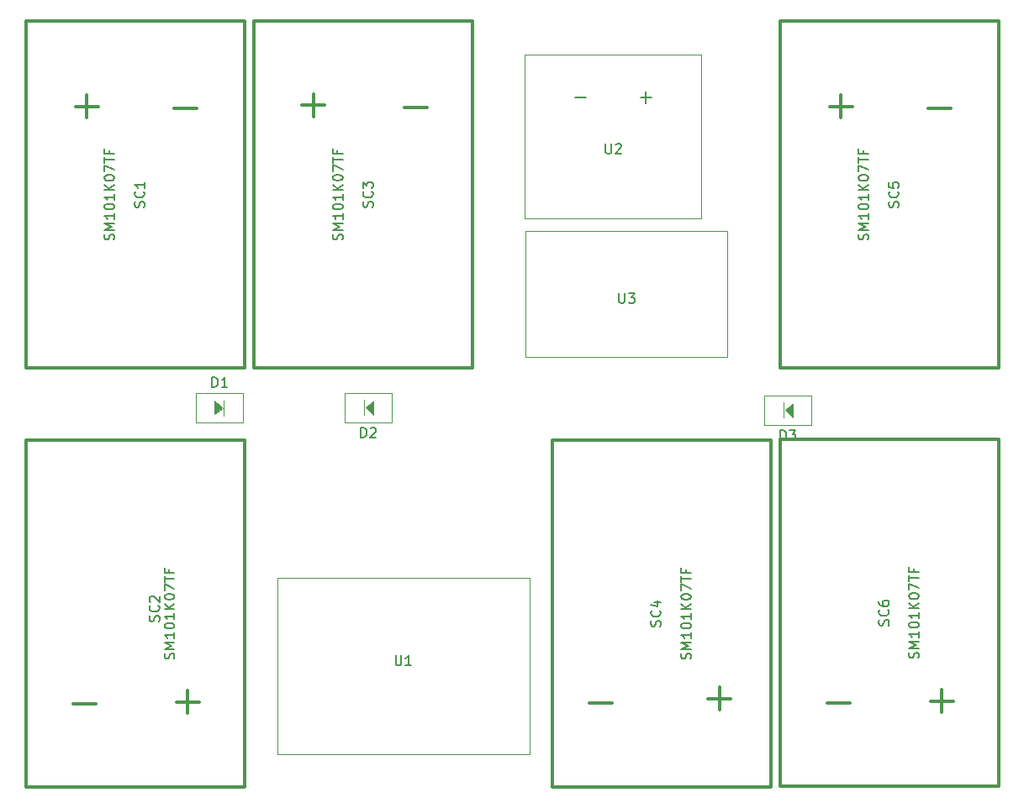
<source format=gbr>
%TF.GenerationSoftware,KiCad,Pcbnew,(5.1.10)-1*%
%TF.CreationDate,2022-05-08T17:14:08-07:00*%
%TF.ProjectId,solar-panel-side-Z,736f6c61-722d-4706-916e-656c2d736964,1.0*%
%TF.SameCoordinates,Original*%
%TF.FileFunction,Legend,Top*%
%TF.FilePolarity,Positive*%
%FSLAX46Y46*%
G04 Gerber Fmt 4.6, Leading zero omitted, Abs format (unit mm)*
G04 Created by KiCad (PCBNEW (5.1.10)-1) date 2022-05-08 17:14:08*
%MOMM*%
%LPD*%
G01*
G04 APERTURE LIST*
%ADD10C,0.120000*%
%ADD11C,0.100000*%
%ADD12C,0.300000*%
%ADD13C,0.150000*%
%ADD14C,0.200000*%
G04 APERTURE END LIST*
D10*
%TO.C,U1*%
X138500000Y-102610000D02*
X125800000Y-102610000D01*
X125800000Y-111500000D02*
X125800000Y-102610000D01*
X138500000Y-102610000D02*
X151200000Y-102610000D01*
X151200000Y-111500000D02*
X151200000Y-102610000D01*
X125800000Y-111500000D02*
X125800000Y-120390000D01*
X138500000Y-120390000D02*
X125800000Y-120390000D01*
X138500000Y-120390000D02*
X151200000Y-120390000D01*
X151200000Y-111500000D02*
X151200000Y-120390000D01*
%TO.C,D3*%
X174875000Y-87200000D02*
X179625000Y-87200000D01*
X179625000Y-87200000D02*
X179625000Y-84300000D01*
X174875000Y-87200000D02*
X174875000Y-84300000D01*
X174875000Y-84300000D02*
X179625000Y-84300000D01*
D11*
G36*
X177758000Y-86461200D02*
G01*
X176945200Y-85724600D01*
X177758000Y-85115000D01*
X177758000Y-86461200D01*
G37*
X177758000Y-86461200D02*
X176945200Y-85724600D01*
X177758000Y-85115000D01*
X177758000Y-86461200D01*
D10*
X176818200Y-84937200D02*
X176818200Y-86486600D01*
%TO.C,D2*%
X132625000Y-86950000D02*
X137375000Y-86950000D01*
X137375000Y-86950000D02*
X137375000Y-84050000D01*
X132625000Y-86950000D02*
X132625000Y-84050000D01*
X132625000Y-84050000D02*
X137375000Y-84050000D01*
D11*
G36*
X135508000Y-86211200D02*
G01*
X134695200Y-85474600D01*
X135508000Y-84865000D01*
X135508000Y-86211200D01*
G37*
X135508000Y-86211200D02*
X134695200Y-85474600D01*
X135508000Y-84865000D01*
X135508000Y-86211200D01*
D10*
X134568200Y-84687200D02*
X134568200Y-86236600D01*
%TO.C,D1*%
X122375000Y-84050000D02*
X117625000Y-84050000D01*
X117625000Y-84050000D02*
X117625000Y-86950000D01*
X122375000Y-84050000D02*
X122375000Y-86950000D01*
X122375000Y-86950000D02*
X117625000Y-86950000D01*
D11*
G36*
X119492000Y-84788800D02*
G01*
X120304800Y-85525400D01*
X119492000Y-86135000D01*
X119492000Y-84788800D01*
G37*
X119492000Y-84788800D02*
X120304800Y-85525400D01*
X119492000Y-86135000D01*
X119492000Y-84788800D01*
D10*
X120431800Y-86312800D02*
X120431800Y-84763400D01*
%TO.C,U3*%
X161000000Y-80350000D02*
X171160000Y-80350000D01*
X171160000Y-80350000D02*
X171160000Y-74000000D01*
X161000000Y-80350000D02*
X150840000Y-80350000D01*
X150840000Y-80350000D02*
X150840000Y-74000000D01*
X171160000Y-67650000D02*
X171160000Y-74000000D01*
X161000000Y-67650000D02*
X171160000Y-67650000D01*
X150840000Y-67650000D02*
X150840000Y-74000000D01*
X161000000Y-67650000D02*
X150840000Y-67650000D01*
%TO.C,U2*%
X159650000Y-66405000D02*
X168540000Y-66405000D01*
X159650000Y-66405000D02*
X150760000Y-66405000D01*
X150760000Y-66405000D02*
X150760000Y-64500000D01*
X150760000Y-64500000D02*
X150760000Y-49895000D01*
X168540000Y-66405000D02*
X168540000Y-49895000D01*
X150760000Y-49895000D02*
X168540000Y-49895000D01*
D12*
%TO.C,SC5*%
X176452000Y-81508000D02*
X176452000Y-46508000D01*
X176452000Y-46508000D02*
X198452000Y-46508000D01*
X198452000Y-46508000D02*
X198452000Y-81508000D01*
X198452000Y-81508000D02*
X176452000Y-81508000D01*
%TO.C,SC4*%
X153500000Y-88750000D02*
X175500000Y-88750000D01*
X153500000Y-123750000D02*
X153500000Y-88750000D01*
X175500000Y-123750000D02*
X153500000Y-123750000D01*
X175500000Y-88750000D02*
X175500000Y-123750000D01*
%TO.C,SC6*%
X176452000Y-88672000D02*
X198452000Y-88672000D01*
X176452000Y-123672000D02*
X176452000Y-88672000D01*
X198452000Y-123672000D02*
X176452000Y-123672000D01*
X198452000Y-88672000D02*
X198452000Y-123672000D01*
%TO.C,SC3*%
X145500000Y-81500000D02*
X123500000Y-81500000D01*
X145500000Y-46500000D02*
X145500000Y-81500000D01*
X123500000Y-46500000D02*
X145500000Y-46500000D01*
X123500000Y-81500000D02*
X123500000Y-46500000D01*
%TO.C,SC2*%
X122506000Y-88750000D02*
X122506000Y-123750000D01*
X122506000Y-123750000D02*
X100506000Y-123750000D01*
X100506000Y-123750000D02*
X100506000Y-88750000D01*
X100506000Y-88750000D02*
X122506000Y-88750000D01*
%TO.C,SC1*%
X100506000Y-81508000D02*
X100506000Y-46508000D01*
X100506000Y-46508000D02*
X122506000Y-46508000D01*
X122506000Y-46508000D02*
X122506000Y-81508000D01*
X122506000Y-81508000D02*
X100506000Y-81508000D01*
%TO.C,U1*%
D13*
X137738095Y-110452380D02*
X137738095Y-111261904D01*
X137785714Y-111357142D01*
X137833333Y-111404761D01*
X137928571Y-111452380D01*
X138119047Y-111452380D01*
X138214285Y-111404761D01*
X138261904Y-111357142D01*
X138309523Y-111261904D01*
X138309523Y-110452380D01*
X139309523Y-111452380D02*
X138738095Y-111452380D01*
X139023809Y-111452380D02*
X139023809Y-110452380D01*
X138928571Y-110595238D01*
X138833333Y-110690476D01*
X138738095Y-110738095D01*
%TO.C,D3*%
X176511904Y-88742380D02*
X176511904Y-87742380D01*
X176750000Y-87742380D01*
X176892857Y-87790000D01*
X176988095Y-87885238D01*
X177035714Y-87980476D01*
X177083333Y-88170952D01*
X177083333Y-88313809D01*
X177035714Y-88504285D01*
X176988095Y-88599523D01*
X176892857Y-88694761D01*
X176750000Y-88742380D01*
X176511904Y-88742380D01*
X177416666Y-87742380D02*
X178035714Y-87742380D01*
X177702380Y-88123333D01*
X177845238Y-88123333D01*
X177940476Y-88170952D01*
X177988095Y-88218571D01*
X178035714Y-88313809D01*
X178035714Y-88551904D01*
X177988095Y-88647142D01*
X177940476Y-88694761D01*
X177845238Y-88742380D01*
X177559523Y-88742380D01*
X177464285Y-88694761D01*
X177416666Y-88647142D01*
%TO.C,D2*%
X134261904Y-88492380D02*
X134261904Y-87492380D01*
X134500000Y-87492380D01*
X134642857Y-87540000D01*
X134738095Y-87635238D01*
X134785714Y-87730476D01*
X134833333Y-87920952D01*
X134833333Y-88063809D01*
X134785714Y-88254285D01*
X134738095Y-88349523D01*
X134642857Y-88444761D01*
X134500000Y-88492380D01*
X134261904Y-88492380D01*
X135214285Y-87587619D02*
X135261904Y-87540000D01*
X135357142Y-87492380D01*
X135595238Y-87492380D01*
X135690476Y-87540000D01*
X135738095Y-87587619D01*
X135785714Y-87682857D01*
X135785714Y-87778095D01*
X135738095Y-87920952D01*
X135166666Y-88492380D01*
X135785714Y-88492380D01*
%TO.C,D1*%
X119261904Y-83412380D02*
X119261904Y-82412380D01*
X119500000Y-82412380D01*
X119642857Y-82460000D01*
X119738095Y-82555238D01*
X119785714Y-82650476D01*
X119833333Y-82840952D01*
X119833333Y-82983809D01*
X119785714Y-83174285D01*
X119738095Y-83269523D01*
X119642857Y-83364761D01*
X119500000Y-83412380D01*
X119261904Y-83412380D01*
X120785714Y-83412380D02*
X120214285Y-83412380D01*
X120500000Y-83412380D02*
X120500000Y-82412380D01*
X120404761Y-82555238D01*
X120309523Y-82650476D01*
X120214285Y-82698095D01*
%TO.C,U3*%
X160238095Y-73952380D02*
X160238095Y-74761904D01*
X160285714Y-74857142D01*
X160333333Y-74904761D01*
X160428571Y-74952380D01*
X160619047Y-74952380D01*
X160714285Y-74904761D01*
X160761904Y-74857142D01*
X160809523Y-74761904D01*
X160809523Y-73952380D01*
X161190476Y-73952380D02*
X161809523Y-73952380D01*
X161476190Y-74333333D01*
X161619047Y-74333333D01*
X161714285Y-74380952D01*
X161761904Y-74428571D01*
X161809523Y-74523809D01*
X161809523Y-74761904D01*
X161761904Y-74857142D01*
X161714285Y-74904761D01*
X161619047Y-74952380D01*
X161333333Y-74952380D01*
X161238095Y-74904761D01*
X161190476Y-74857142D01*
%TO.C,U2*%
X158888095Y-58872380D02*
X158888095Y-59681904D01*
X158935714Y-59777142D01*
X158983333Y-59824761D01*
X159078571Y-59872380D01*
X159269047Y-59872380D01*
X159364285Y-59824761D01*
X159411904Y-59777142D01*
X159459523Y-59681904D01*
X159459523Y-58872380D01*
X159888095Y-58967619D02*
X159935714Y-58920000D01*
X160030952Y-58872380D01*
X160269047Y-58872380D01*
X160364285Y-58920000D01*
X160411904Y-58967619D01*
X160459523Y-59062857D01*
X160459523Y-59158095D01*
X160411904Y-59300952D01*
X159840476Y-59872380D01*
X160459523Y-59872380D01*
D14*
X162380571Y-54193142D02*
X163523428Y-54193142D01*
X162952000Y-54764571D02*
X162952000Y-53621714D01*
X155776571Y-54193142D02*
X156919428Y-54193142D01*
%TO.C,SC5*%
D13*
X188356761Y-65269904D02*
X188404380Y-65127047D01*
X188404380Y-64888952D01*
X188356761Y-64793714D01*
X188309142Y-64746095D01*
X188213904Y-64698476D01*
X188118666Y-64698476D01*
X188023428Y-64746095D01*
X187975809Y-64793714D01*
X187928190Y-64888952D01*
X187880571Y-65079428D01*
X187832952Y-65174666D01*
X187785333Y-65222285D01*
X187690095Y-65269904D01*
X187594857Y-65269904D01*
X187499619Y-65222285D01*
X187452000Y-65174666D01*
X187404380Y-65079428D01*
X187404380Y-64841333D01*
X187452000Y-64698476D01*
X188309142Y-63698476D02*
X188356761Y-63746095D01*
X188404380Y-63888952D01*
X188404380Y-63984190D01*
X188356761Y-64127047D01*
X188261523Y-64222285D01*
X188166285Y-64269904D01*
X187975809Y-64317523D01*
X187832952Y-64317523D01*
X187642476Y-64269904D01*
X187547238Y-64222285D01*
X187452000Y-64127047D01*
X187404380Y-63984190D01*
X187404380Y-63888952D01*
X187452000Y-63746095D01*
X187499619Y-63698476D01*
X187404380Y-62793714D02*
X187404380Y-63269904D01*
X187880571Y-63317523D01*
X187832952Y-63269904D01*
X187785333Y-63174666D01*
X187785333Y-62936571D01*
X187832952Y-62841333D01*
X187880571Y-62793714D01*
X187975809Y-62746095D01*
X188213904Y-62746095D01*
X188309142Y-62793714D01*
X188356761Y-62841333D01*
X188404380Y-62936571D01*
X188404380Y-63174666D01*
X188356761Y-63269904D01*
X188309142Y-63317523D01*
X185316761Y-68555619D02*
X185364380Y-68412761D01*
X185364380Y-68174666D01*
X185316761Y-68079428D01*
X185269142Y-68031809D01*
X185173904Y-67984190D01*
X185078666Y-67984190D01*
X184983428Y-68031809D01*
X184935809Y-68079428D01*
X184888190Y-68174666D01*
X184840571Y-68365142D01*
X184792952Y-68460380D01*
X184745333Y-68508000D01*
X184650095Y-68555619D01*
X184554857Y-68555619D01*
X184459619Y-68508000D01*
X184412000Y-68460380D01*
X184364380Y-68365142D01*
X184364380Y-68127047D01*
X184412000Y-67984190D01*
X185364380Y-67555619D02*
X184364380Y-67555619D01*
X185078666Y-67222285D01*
X184364380Y-66888952D01*
X185364380Y-66888952D01*
X185364380Y-65888952D02*
X185364380Y-66460380D01*
X185364380Y-66174666D02*
X184364380Y-66174666D01*
X184507238Y-66269904D01*
X184602476Y-66365142D01*
X184650095Y-66460380D01*
X184364380Y-65269904D02*
X184364380Y-65174666D01*
X184412000Y-65079428D01*
X184459619Y-65031809D01*
X184554857Y-64984190D01*
X184745333Y-64936571D01*
X184983428Y-64936571D01*
X185173904Y-64984190D01*
X185269142Y-65031809D01*
X185316761Y-65079428D01*
X185364380Y-65174666D01*
X185364380Y-65269904D01*
X185316761Y-65365142D01*
X185269142Y-65412761D01*
X185173904Y-65460380D01*
X184983428Y-65508000D01*
X184745333Y-65508000D01*
X184554857Y-65460380D01*
X184459619Y-65412761D01*
X184412000Y-65365142D01*
X184364380Y-65269904D01*
X185364380Y-63984190D02*
X185364380Y-64555619D01*
X185364380Y-64269904D02*
X184364380Y-64269904D01*
X184507238Y-64365142D01*
X184602476Y-64460380D01*
X184650095Y-64555619D01*
X185364380Y-63555619D02*
X184364380Y-63555619D01*
X185364380Y-62984190D02*
X184792952Y-63412761D01*
X184364380Y-62984190D02*
X184935809Y-63555619D01*
X184364380Y-62365142D02*
X184364380Y-62269904D01*
X184412000Y-62174666D01*
X184459619Y-62127047D01*
X184554857Y-62079428D01*
X184745333Y-62031809D01*
X184983428Y-62031809D01*
X185173904Y-62079428D01*
X185269142Y-62127047D01*
X185316761Y-62174666D01*
X185364380Y-62269904D01*
X185364380Y-62365142D01*
X185316761Y-62460380D01*
X185269142Y-62508000D01*
X185173904Y-62555619D01*
X184983428Y-62603238D01*
X184745333Y-62603238D01*
X184554857Y-62555619D01*
X184459619Y-62508000D01*
X184412000Y-62460380D01*
X184364380Y-62365142D01*
X184364380Y-61698476D02*
X184364380Y-61031809D01*
X185364380Y-61460380D01*
X184364380Y-60793714D02*
X184364380Y-60222285D01*
X185364380Y-60508000D02*
X184364380Y-60508000D01*
X184840571Y-59555619D02*
X184840571Y-59888952D01*
X185364380Y-59888952D02*
X184364380Y-59888952D01*
X184364380Y-59412761D01*
D12*
X191389142Y-55332285D02*
X193674857Y-55332285D01*
X182586285Y-56260857D02*
X182586285Y-53975142D01*
X183729142Y-55118000D02*
X181443428Y-55118000D01*
%TO.C,SC4*%
D13*
X164404761Y-107511904D02*
X164452380Y-107369047D01*
X164452380Y-107130952D01*
X164404761Y-107035714D01*
X164357142Y-106988095D01*
X164261904Y-106940476D01*
X164166666Y-106940476D01*
X164071428Y-106988095D01*
X164023809Y-107035714D01*
X163976190Y-107130952D01*
X163928571Y-107321428D01*
X163880952Y-107416666D01*
X163833333Y-107464285D01*
X163738095Y-107511904D01*
X163642857Y-107511904D01*
X163547619Y-107464285D01*
X163500000Y-107416666D01*
X163452380Y-107321428D01*
X163452380Y-107083333D01*
X163500000Y-106940476D01*
X164357142Y-105940476D02*
X164404761Y-105988095D01*
X164452380Y-106130952D01*
X164452380Y-106226190D01*
X164404761Y-106369047D01*
X164309523Y-106464285D01*
X164214285Y-106511904D01*
X164023809Y-106559523D01*
X163880952Y-106559523D01*
X163690476Y-106511904D01*
X163595238Y-106464285D01*
X163500000Y-106369047D01*
X163452380Y-106226190D01*
X163452380Y-106130952D01*
X163500000Y-105988095D01*
X163547619Y-105940476D01*
X163785714Y-105083333D02*
X164452380Y-105083333D01*
X163404761Y-105321428D02*
X164119047Y-105559523D01*
X164119047Y-104940476D01*
X167444761Y-110797619D02*
X167492380Y-110654761D01*
X167492380Y-110416666D01*
X167444761Y-110321428D01*
X167397142Y-110273809D01*
X167301904Y-110226190D01*
X167206666Y-110226190D01*
X167111428Y-110273809D01*
X167063809Y-110321428D01*
X167016190Y-110416666D01*
X166968571Y-110607142D01*
X166920952Y-110702380D01*
X166873333Y-110750000D01*
X166778095Y-110797619D01*
X166682857Y-110797619D01*
X166587619Y-110750000D01*
X166540000Y-110702380D01*
X166492380Y-110607142D01*
X166492380Y-110369047D01*
X166540000Y-110226190D01*
X167492380Y-109797619D02*
X166492380Y-109797619D01*
X167206666Y-109464285D01*
X166492380Y-109130952D01*
X167492380Y-109130952D01*
X167492380Y-108130952D02*
X167492380Y-108702380D01*
X167492380Y-108416666D02*
X166492380Y-108416666D01*
X166635238Y-108511904D01*
X166730476Y-108607142D01*
X166778095Y-108702380D01*
X166492380Y-107511904D02*
X166492380Y-107416666D01*
X166540000Y-107321428D01*
X166587619Y-107273809D01*
X166682857Y-107226190D01*
X166873333Y-107178571D01*
X167111428Y-107178571D01*
X167301904Y-107226190D01*
X167397142Y-107273809D01*
X167444761Y-107321428D01*
X167492380Y-107416666D01*
X167492380Y-107511904D01*
X167444761Y-107607142D01*
X167397142Y-107654761D01*
X167301904Y-107702380D01*
X167111428Y-107750000D01*
X166873333Y-107750000D01*
X166682857Y-107702380D01*
X166587619Y-107654761D01*
X166540000Y-107607142D01*
X166492380Y-107511904D01*
X167492380Y-106226190D02*
X167492380Y-106797619D01*
X167492380Y-106511904D02*
X166492380Y-106511904D01*
X166635238Y-106607142D01*
X166730476Y-106702380D01*
X166778095Y-106797619D01*
X167492380Y-105797619D02*
X166492380Y-105797619D01*
X167492380Y-105226190D02*
X166920952Y-105654761D01*
X166492380Y-105226190D02*
X167063809Y-105797619D01*
X166492380Y-104607142D02*
X166492380Y-104511904D01*
X166540000Y-104416666D01*
X166587619Y-104369047D01*
X166682857Y-104321428D01*
X166873333Y-104273809D01*
X167111428Y-104273809D01*
X167301904Y-104321428D01*
X167397142Y-104369047D01*
X167444761Y-104416666D01*
X167492380Y-104511904D01*
X167492380Y-104607142D01*
X167444761Y-104702380D01*
X167397142Y-104750000D01*
X167301904Y-104797619D01*
X167111428Y-104845238D01*
X166873333Y-104845238D01*
X166682857Y-104797619D01*
X166587619Y-104750000D01*
X166540000Y-104702380D01*
X166492380Y-104607142D01*
X166492380Y-103940476D02*
X166492380Y-103273809D01*
X167492380Y-103702380D01*
X166492380Y-103035714D02*
X166492380Y-102464285D01*
X167492380Y-102750000D02*
X166492380Y-102750000D01*
X166968571Y-101797619D02*
X166968571Y-102130952D01*
X167492380Y-102130952D02*
X166492380Y-102130952D01*
X166492380Y-101654761D01*
D12*
X170368285Y-115970857D02*
X170368285Y-113685142D01*
X171511142Y-114828000D02*
X169225428Y-114828000D01*
X157261142Y-115292285D02*
X159546857Y-115292285D01*
%TO.C,SC6*%
D13*
X187356761Y-107433904D02*
X187404380Y-107291047D01*
X187404380Y-107052952D01*
X187356761Y-106957714D01*
X187309142Y-106910095D01*
X187213904Y-106862476D01*
X187118666Y-106862476D01*
X187023428Y-106910095D01*
X186975809Y-106957714D01*
X186928190Y-107052952D01*
X186880571Y-107243428D01*
X186832952Y-107338666D01*
X186785333Y-107386285D01*
X186690095Y-107433904D01*
X186594857Y-107433904D01*
X186499619Y-107386285D01*
X186452000Y-107338666D01*
X186404380Y-107243428D01*
X186404380Y-107005333D01*
X186452000Y-106862476D01*
X187309142Y-105862476D02*
X187356761Y-105910095D01*
X187404380Y-106052952D01*
X187404380Y-106148190D01*
X187356761Y-106291047D01*
X187261523Y-106386285D01*
X187166285Y-106433904D01*
X186975809Y-106481523D01*
X186832952Y-106481523D01*
X186642476Y-106433904D01*
X186547238Y-106386285D01*
X186452000Y-106291047D01*
X186404380Y-106148190D01*
X186404380Y-106052952D01*
X186452000Y-105910095D01*
X186499619Y-105862476D01*
X186404380Y-105005333D02*
X186404380Y-105195809D01*
X186452000Y-105291047D01*
X186499619Y-105338666D01*
X186642476Y-105433904D01*
X186832952Y-105481523D01*
X187213904Y-105481523D01*
X187309142Y-105433904D01*
X187356761Y-105386285D01*
X187404380Y-105291047D01*
X187404380Y-105100571D01*
X187356761Y-105005333D01*
X187309142Y-104957714D01*
X187213904Y-104910095D01*
X186975809Y-104910095D01*
X186880571Y-104957714D01*
X186832952Y-105005333D01*
X186785333Y-105100571D01*
X186785333Y-105291047D01*
X186832952Y-105386285D01*
X186880571Y-105433904D01*
X186975809Y-105481523D01*
X190396761Y-110719619D02*
X190444380Y-110576761D01*
X190444380Y-110338666D01*
X190396761Y-110243428D01*
X190349142Y-110195809D01*
X190253904Y-110148190D01*
X190158666Y-110148190D01*
X190063428Y-110195809D01*
X190015809Y-110243428D01*
X189968190Y-110338666D01*
X189920571Y-110529142D01*
X189872952Y-110624380D01*
X189825333Y-110672000D01*
X189730095Y-110719619D01*
X189634857Y-110719619D01*
X189539619Y-110672000D01*
X189492000Y-110624380D01*
X189444380Y-110529142D01*
X189444380Y-110291047D01*
X189492000Y-110148190D01*
X190444380Y-109719619D02*
X189444380Y-109719619D01*
X190158666Y-109386285D01*
X189444380Y-109052952D01*
X190444380Y-109052952D01*
X190444380Y-108052952D02*
X190444380Y-108624380D01*
X190444380Y-108338666D02*
X189444380Y-108338666D01*
X189587238Y-108433904D01*
X189682476Y-108529142D01*
X189730095Y-108624380D01*
X189444380Y-107433904D02*
X189444380Y-107338666D01*
X189492000Y-107243428D01*
X189539619Y-107195809D01*
X189634857Y-107148190D01*
X189825333Y-107100571D01*
X190063428Y-107100571D01*
X190253904Y-107148190D01*
X190349142Y-107195809D01*
X190396761Y-107243428D01*
X190444380Y-107338666D01*
X190444380Y-107433904D01*
X190396761Y-107529142D01*
X190349142Y-107576761D01*
X190253904Y-107624380D01*
X190063428Y-107672000D01*
X189825333Y-107672000D01*
X189634857Y-107624380D01*
X189539619Y-107576761D01*
X189492000Y-107529142D01*
X189444380Y-107433904D01*
X190444380Y-106148190D02*
X190444380Y-106719619D01*
X190444380Y-106433904D02*
X189444380Y-106433904D01*
X189587238Y-106529142D01*
X189682476Y-106624380D01*
X189730095Y-106719619D01*
X190444380Y-105719619D02*
X189444380Y-105719619D01*
X190444380Y-105148190D02*
X189872952Y-105576761D01*
X189444380Y-105148190D02*
X190015809Y-105719619D01*
X189444380Y-104529142D02*
X189444380Y-104433904D01*
X189492000Y-104338666D01*
X189539619Y-104291047D01*
X189634857Y-104243428D01*
X189825333Y-104195809D01*
X190063428Y-104195809D01*
X190253904Y-104243428D01*
X190349142Y-104291047D01*
X190396761Y-104338666D01*
X190444380Y-104433904D01*
X190444380Y-104529142D01*
X190396761Y-104624380D01*
X190349142Y-104672000D01*
X190253904Y-104719619D01*
X190063428Y-104767238D01*
X189825333Y-104767238D01*
X189634857Y-104719619D01*
X189539619Y-104672000D01*
X189492000Y-104624380D01*
X189444380Y-104529142D01*
X189444380Y-103862476D02*
X189444380Y-103195809D01*
X190444380Y-103624380D01*
X189444380Y-102957714D02*
X189444380Y-102386285D01*
X190444380Y-102672000D02*
X189444380Y-102672000D01*
X189920571Y-101719619D02*
X189920571Y-102052952D01*
X190444380Y-102052952D02*
X189444380Y-102052952D01*
X189444380Y-101576761D01*
D12*
X192746285Y-116204857D02*
X192746285Y-113919142D01*
X193889142Y-115062000D02*
X191603428Y-115062000D01*
X181229142Y-115276285D02*
X183514857Y-115276285D01*
%TO.C,SC3*%
D13*
X135404761Y-65261904D02*
X135452380Y-65119047D01*
X135452380Y-64880952D01*
X135404761Y-64785714D01*
X135357142Y-64738095D01*
X135261904Y-64690476D01*
X135166666Y-64690476D01*
X135071428Y-64738095D01*
X135023809Y-64785714D01*
X134976190Y-64880952D01*
X134928571Y-65071428D01*
X134880952Y-65166666D01*
X134833333Y-65214285D01*
X134738095Y-65261904D01*
X134642857Y-65261904D01*
X134547619Y-65214285D01*
X134500000Y-65166666D01*
X134452380Y-65071428D01*
X134452380Y-64833333D01*
X134500000Y-64690476D01*
X135357142Y-63690476D02*
X135404761Y-63738095D01*
X135452380Y-63880952D01*
X135452380Y-63976190D01*
X135404761Y-64119047D01*
X135309523Y-64214285D01*
X135214285Y-64261904D01*
X135023809Y-64309523D01*
X134880952Y-64309523D01*
X134690476Y-64261904D01*
X134595238Y-64214285D01*
X134500000Y-64119047D01*
X134452380Y-63976190D01*
X134452380Y-63880952D01*
X134500000Y-63738095D01*
X134547619Y-63690476D01*
X134452380Y-63357142D02*
X134452380Y-62738095D01*
X134833333Y-63071428D01*
X134833333Y-62928571D01*
X134880952Y-62833333D01*
X134928571Y-62785714D01*
X135023809Y-62738095D01*
X135261904Y-62738095D01*
X135357142Y-62785714D01*
X135404761Y-62833333D01*
X135452380Y-62928571D01*
X135452380Y-63214285D01*
X135404761Y-63309523D01*
X135357142Y-63357142D01*
X132364761Y-68547619D02*
X132412380Y-68404761D01*
X132412380Y-68166666D01*
X132364761Y-68071428D01*
X132317142Y-68023809D01*
X132221904Y-67976190D01*
X132126666Y-67976190D01*
X132031428Y-68023809D01*
X131983809Y-68071428D01*
X131936190Y-68166666D01*
X131888571Y-68357142D01*
X131840952Y-68452380D01*
X131793333Y-68500000D01*
X131698095Y-68547619D01*
X131602857Y-68547619D01*
X131507619Y-68500000D01*
X131460000Y-68452380D01*
X131412380Y-68357142D01*
X131412380Y-68119047D01*
X131460000Y-67976190D01*
X132412380Y-67547619D02*
X131412380Y-67547619D01*
X132126666Y-67214285D01*
X131412380Y-66880952D01*
X132412380Y-66880952D01*
X132412380Y-65880952D02*
X132412380Y-66452380D01*
X132412380Y-66166666D02*
X131412380Y-66166666D01*
X131555238Y-66261904D01*
X131650476Y-66357142D01*
X131698095Y-66452380D01*
X131412380Y-65261904D02*
X131412380Y-65166666D01*
X131460000Y-65071428D01*
X131507619Y-65023809D01*
X131602857Y-64976190D01*
X131793333Y-64928571D01*
X132031428Y-64928571D01*
X132221904Y-64976190D01*
X132317142Y-65023809D01*
X132364761Y-65071428D01*
X132412380Y-65166666D01*
X132412380Y-65261904D01*
X132364761Y-65357142D01*
X132317142Y-65404761D01*
X132221904Y-65452380D01*
X132031428Y-65500000D01*
X131793333Y-65500000D01*
X131602857Y-65452380D01*
X131507619Y-65404761D01*
X131460000Y-65357142D01*
X131412380Y-65261904D01*
X132412380Y-63976190D02*
X132412380Y-64547619D01*
X132412380Y-64261904D02*
X131412380Y-64261904D01*
X131555238Y-64357142D01*
X131650476Y-64452380D01*
X131698095Y-64547619D01*
X132412380Y-63547619D02*
X131412380Y-63547619D01*
X132412380Y-62976190D02*
X131840952Y-63404761D01*
X131412380Y-62976190D02*
X131983809Y-63547619D01*
X131412380Y-62357142D02*
X131412380Y-62261904D01*
X131460000Y-62166666D01*
X131507619Y-62119047D01*
X131602857Y-62071428D01*
X131793333Y-62023809D01*
X132031428Y-62023809D01*
X132221904Y-62071428D01*
X132317142Y-62119047D01*
X132364761Y-62166666D01*
X132412380Y-62261904D01*
X132412380Y-62357142D01*
X132364761Y-62452380D01*
X132317142Y-62500000D01*
X132221904Y-62547619D01*
X132031428Y-62595238D01*
X131793333Y-62595238D01*
X131602857Y-62547619D01*
X131507619Y-62500000D01*
X131460000Y-62452380D01*
X131412380Y-62357142D01*
X131412380Y-61690476D02*
X131412380Y-61023809D01*
X132412380Y-61452380D01*
X131412380Y-60785714D02*
X131412380Y-60214285D01*
X132412380Y-60500000D02*
X131412380Y-60500000D01*
X131888571Y-59547619D02*
X131888571Y-59880952D01*
X132412380Y-59880952D02*
X131412380Y-59880952D01*
X131412380Y-59404761D01*
D12*
X129464285Y-56134857D02*
X129464285Y-53849142D01*
X130607142Y-54992000D02*
X128321428Y-54992000D01*
X138607142Y-55206285D02*
X140892857Y-55206285D01*
%TO.C,SC2*%
D13*
X113904761Y-107011904D02*
X113952380Y-106869047D01*
X113952380Y-106630952D01*
X113904761Y-106535714D01*
X113857142Y-106488095D01*
X113761904Y-106440476D01*
X113666666Y-106440476D01*
X113571428Y-106488095D01*
X113523809Y-106535714D01*
X113476190Y-106630952D01*
X113428571Y-106821428D01*
X113380952Y-106916666D01*
X113333333Y-106964285D01*
X113238095Y-107011904D01*
X113142857Y-107011904D01*
X113047619Y-106964285D01*
X113000000Y-106916666D01*
X112952380Y-106821428D01*
X112952380Y-106583333D01*
X113000000Y-106440476D01*
X113857142Y-105440476D02*
X113904761Y-105488095D01*
X113952380Y-105630952D01*
X113952380Y-105726190D01*
X113904761Y-105869047D01*
X113809523Y-105964285D01*
X113714285Y-106011904D01*
X113523809Y-106059523D01*
X113380952Y-106059523D01*
X113190476Y-106011904D01*
X113095238Y-105964285D01*
X113000000Y-105869047D01*
X112952380Y-105726190D01*
X112952380Y-105630952D01*
X113000000Y-105488095D01*
X113047619Y-105440476D01*
X113047619Y-105059523D02*
X113000000Y-105011904D01*
X112952380Y-104916666D01*
X112952380Y-104678571D01*
X113000000Y-104583333D01*
X113047619Y-104535714D01*
X113142857Y-104488095D01*
X113238095Y-104488095D01*
X113380952Y-104535714D01*
X113952380Y-105107142D01*
X113952380Y-104488095D01*
X115404761Y-110797619D02*
X115452380Y-110654761D01*
X115452380Y-110416666D01*
X115404761Y-110321428D01*
X115357142Y-110273809D01*
X115261904Y-110226190D01*
X115166666Y-110226190D01*
X115071428Y-110273809D01*
X115023809Y-110321428D01*
X114976190Y-110416666D01*
X114928571Y-110607142D01*
X114880952Y-110702380D01*
X114833333Y-110750000D01*
X114738095Y-110797619D01*
X114642857Y-110797619D01*
X114547619Y-110750000D01*
X114500000Y-110702380D01*
X114452380Y-110607142D01*
X114452380Y-110369047D01*
X114500000Y-110226190D01*
X115452380Y-109797619D02*
X114452380Y-109797619D01*
X115166666Y-109464285D01*
X114452380Y-109130952D01*
X115452380Y-109130952D01*
X115452380Y-108130952D02*
X115452380Y-108702380D01*
X115452380Y-108416666D02*
X114452380Y-108416666D01*
X114595238Y-108511904D01*
X114690476Y-108607142D01*
X114738095Y-108702380D01*
X114452380Y-107511904D02*
X114452380Y-107416666D01*
X114500000Y-107321428D01*
X114547619Y-107273809D01*
X114642857Y-107226190D01*
X114833333Y-107178571D01*
X115071428Y-107178571D01*
X115261904Y-107226190D01*
X115357142Y-107273809D01*
X115404761Y-107321428D01*
X115452380Y-107416666D01*
X115452380Y-107511904D01*
X115404761Y-107607142D01*
X115357142Y-107654761D01*
X115261904Y-107702380D01*
X115071428Y-107750000D01*
X114833333Y-107750000D01*
X114642857Y-107702380D01*
X114547619Y-107654761D01*
X114500000Y-107607142D01*
X114452380Y-107511904D01*
X115452380Y-106226190D02*
X115452380Y-106797619D01*
X115452380Y-106511904D02*
X114452380Y-106511904D01*
X114595238Y-106607142D01*
X114690476Y-106702380D01*
X114738095Y-106797619D01*
X115452380Y-105797619D02*
X114452380Y-105797619D01*
X115452380Y-105226190D02*
X114880952Y-105654761D01*
X114452380Y-105226190D02*
X115023809Y-105797619D01*
X114452380Y-104607142D02*
X114452380Y-104511904D01*
X114500000Y-104416666D01*
X114547619Y-104369047D01*
X114642857Y-104321428D01*
X114833333Y-104273809D01*
X115071428Y-104273809D01*
X115261904Y-104321428D01*
X115357142Y-104369047D01*
X115404761Y-104416666D01*
X115452380Y-104511904D01*
X115452380Y-104607142D01*
X115404761Y-104702380D01*
X115357142Y-104750000D01*
X115261904Y-104797619D01*
X115071428Y-104845238D01*
X114833333Y-104845238D01*
X114642857Y-104797619D01*
X114547619Y-104750000D01*
X114500000Y-104702380D01*
X114452380Y-104607142D01*
X114452380Y-103940476D02*
X114452380Y-103273809D01*
X115452380Y-103702380D01*
X114452380Y-103035714D02*
X114452380Y-102464285D01*
X115452380Y-102750000D02*
X114452380Y-102750000D01*
X114928571Y-101797619D02*
X114928571Y-102130952D01*
X115452380Y-102130952D02*
X114452380Y-102130952D01*
X114452380Y-101654761D01*
D12*
X105283142Y-115354285D02*
X107568857Y-115354285D01*
X116800285Y-116282857D02*
X116800285Y-113997142D01*
X117943142Y-115140000D02*
X115657428Y-115140000D01*
%TO.C,SC1*%
D13*
X112410761Y-65269904D02*
X112458380Y-65127047D01*
X112458380Y-64888952D01*
X112410761Y-64793714D01*
X112363142Y-64746095D01*
X112267904Y-64698476D01*
X112172666Y-64698476D01*
X112077428Y-64746095D01*
X112029809Y-64793714D01*
X111982190Y-64888952D01*
X111934571Y-65079428D01*
X111886952Y-65174666D01*
X111839333Y-65222285D01*
X111744095Y-65269904D01*
X111648857Y-65269904D01*
X111553619Y-65222285D01*
X111506000Y-65174666D01*
X111458380Y-65079428D01*
X111458380Y-64841333D01*
X111506000Y-64698476D01*
X112363142Y-63698476D02*
X112410761Y-63746095D01*
X112458380Y-63888952D01*
X112458380Y-63984190D01*
X112410761Y-64127047D01*
X112315523Y-64222285D01*
X112220285Y-64269904D01*
X112029809Y-64317523D01*
X111886952Y-64317523D01*
X111696476Y-64269904D01*
X111601238Y-64222285D01*
X111506000Y-64127047D01*
X111458380Y-63984190D01*
X111458380Y-63888952D01*
X111506000Y-63746095D01*
X111553619Y-63698476D01*
X112458380Y-62746095D02*
X112458380Y-63317523D01*
X112458380Y-63031809D02*
X111458380Y-63031809D01*
X111601238Y-63127047D01*
X111696476Y-63222285D01*
X111744095Y-63317523D01*
X109370761Y-68555619D02*
X109418380Y-68412761D01*
X109418380Y-68174666D01*
X109370761Y-68079428D01*
X109323142Y-68031809D01*
X109227904Y-67984190D01*
X109132666Y-67984190D01*
X109037428Y-68031809D01*
X108989809Y-68079428D01*
X108942190Y-68174666D01*
X108894571Y-68365142D01*
X108846952Y-68460380D01*
X108799333Y-68508000D01*
X108704095Y-68555619D01*
X108608857Y-68555619D01*
X108513619Y-68508000D01*
X108466000Y-68460380D01*
X108418380Y-68365142D01*
X108418380Y-68127047D01*
X108466000Y-67984190D01*
X109418380Y-67555619D02*
X108418380Y-67555619D01*
X109132666Y-67222285D01*
X108418380Y-66888952D01*
X109418380Y-66888952D01*
X109418380Y-65888952D02*
X109418380Y-66460380D01*
X109418380Y-66174666D02*
X108418380Y-66174666D01*
X108561238Y-66269904D01*
X108656476Y-66365142D01*
X108704095Y-66460380D01*
X108418380Y-65269904D02*
X108418380Y-65174666D01*
X108466000Y-65079428D01*
X108513619Y-65031809D01*
X108608857Y-64984190D01*
X108799333Y-64936571D01*
X109037428Y-64936571D01*
X109227904Y-64984190D01*
X109323142Y-65031809D01*
X109370761Y-65079428D01*
X109418380Y-65174666D01*
X109418380Y-65269904D01*
X109370761Y-65365142D01*
X109323142Y-65412761D01*
X109227904Y-65460380D01*
X109037428Y-65508000D01*
X108799333Y-65508000D01*
X108608857Y-65460380D01*
X108513619Y-65412761D01*
X108466000Y-65365142D01*
X108418380Y-65269904D01*
X109418380Y-63984190D02*
X109418380Y-64555619D01*
X109418380Y-64269904D02*
X108418380Y-64269904D01*
X108561238Y-64365142D01*
X108656476Y-64460380D01*
X108704095Y-64555619D01*
X109418380Y-63555619D02*
X108418380Y-63555619D01*
X109418380Y-62984190D02*
X108846952Y-63412761D01*
X108418380Y-62984190D02*
X108989809Y-63555619D01*
X108418380Y-62365142D02*
X108418380Y-62269904D01*
X108466000Y-62174666D01*
X108513619Y-62127047D01*
X108608857Y-62079428D01*
X108799333Y-62031809D01*
X109037428Y-62031809D01*
X109227904Y-62079428D01*
X109323142Y-62127047D01*
X109370761Y-62174666D01*
X109418380Y-62269904D01*
X109418380Y-62365142D01*
X109370761Y-62460380D01*
X109323142Y-62508000D01*
X109227904Y-62555619D01*
X109037428Y-62603238D01*
X108799333Y-62603238D01*
X108608857Y-62555619D01*
X108513619Y-62508000D01*
X108466000Y-62460380D01*
X108418380Y-62365142D01*
X108418380Y-61698476D02*
X108418380Y-61031809D01*
X109418380Y-61460380D01*
X108418380Y-60793714D02*
X108418380Y-60222285D01*
X109418380Y-60508000D02*
X108418380Y-60508000D01*
X108894571Y-59555619D02*
X108894571Y-59888952D01*
X109418380Y-59888952D02*
X108418380Y-59888952D01*
X108418380Y-59412761D01*
D12*
X115443142Y-55332285D02*
X117728857Y-55332285D01*
X106640285Y-56260857D02*
X106640285Y-53975142D01*
X107783142Y-55118000D02*
X105497428Y-55118000D01*
%TD*%
M02*

</source>
